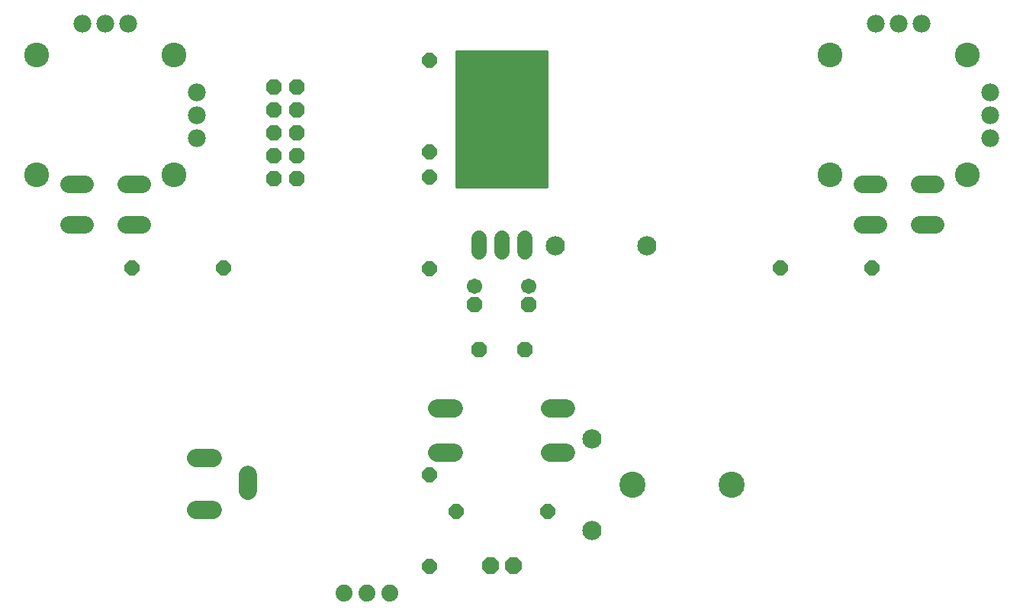
<source format=gts>
G04 EAGLE Gerber RS-274X export*
G75*
%MOMM*%
%FSLAX34Y34*%
%LPD*%
%INSoldermask Top*%
%IPPOS*%
%AMOC8*
5,1,8,0,0,1.08239X$1,22.5*%
G01*
%ADD10P,1.843527X8X22.500000*%
%ADD11C,1.727200*%
%ADD12P,1.852186X8X112.500000*%
%ADD13P,1.767759X8X202.500000*%
%ADD14P,1.767759X8X22.500000*%
%ADD15P,1.767759X8X112.500000*%
%ADD16C,1.879600*%
%ADD17P,2.034460X8X22.500000*%
%ADD18C,2.003200*%
%ADD19C,2.743200*%
%ADD20C,1.981200*%
%ADD21C,1.981200*%
%ADD22C,1.993900*%
%ADD23C,2.133600*%
%ADD24P,1.843527X8X292.500000*%
%ADD25C,1.703200*%
%ADD26C,2.903200*%

G36*
X640026Y418480D02*
X640026Y418480D01*
X640052Y418478D01*
X640199Y418500D01*
X640346Y418517D01*
X640371Y418525D01*
X640397Y418529D01*
X640535Y418584D01*
X640674Y418634D01*
X640696Y418648D01*
X640721Y418658D01*
X640842Y418743D01*
X640967Y418823D01*
X640985Y418842D01*
X641007Y418857D01*
X641106Y418967D01*
X641209Y419074D01*
X641223Y419096D01*
X641240Y419116D01*
X641312Y419246D01*
X641388Y419373D01*
X641396Y419398D01*
X641409Y419421D01*
X641449Y419564D01*
X641494Y419705D01*
X641496Y419731D01*
X641504Y419756D01*
X641523Y420000D01*
X641523Y570000D01*
X641520Y570026D01*
X641522Y570052D01*
X641500Y570199D01*
X641483Y570346D01*
X641475Y570371D01*
X641471Y570397D01*
X641416Y570535D01*
X641366Y570674D01*
X641352Y570696D01*
X641342Y570721D01*
X641257Y570842D01*
X641177Y570967D01*
X641158Y570985D01*
X641143Y571007D01*
X641033Y571106D01*
X640926Y571209D01*
X640904Y571223D01*
X640884Y571240D01*
X640754Y571312D01*
X640627Y571388D01*
X640602Y571396D01*
X640579Y571409D01*
X640436Y571449D01*
X640295Y571494D01*
X640269Y571496D01*
X640244Y571504D01*
X640000Y571523D01*
X540000Y571523D01*
X539974Y571520D01*
X539948Y571522D01*
X539801Y571500D01*
X539654Y571483D01*
X539629Y571475D01*
X539603Y571471D01*
X539465Y571416D01*
X539326Y571366D01*
X539304Y571352D01*
X539279Y571342D01*
X539158Y571257D01*
X539033Y571177D01*
X539015Y571158D01*
X538993Y571143D01*
X538894Y571033D01*
X538791Y570926D01*
X538777Y570904D01*
X538760Y570884D01*
X538688Y570754D01*
X538612Y570627D01*
X538604Y570602D01*
X538591Y570579D01*
X538551Y570436D01*
X538506Y570295D01*
X538504Y570269D01*
X538496Y570244D01*
X538477Y570000D01*
X538477Y420000D01*
X538480Y419974D01*
X538478Y419948D01*
X538500Y419801D01*
X538517Y419654D01*
X538525Y419629D01*
X538529Y419603D01*
X538584Y419465D01*
X538634Y419326D01*
X538648Y419304D01*
X538658Y419279D01*
X538743Y419158D01*
X538823Y419033D01*
X538842Y419015D01*
X538857Y418993D01*
X538967Y418894D01*
X539074Y418791D01*
X539096Y418777D01*
X539116Y418760D01*
X539246Y418688D01*
X539373Y418612D01*
X539398Y418604D01*
X539421Y418591D01*
X539564Y418551D01*
X539705Y418506D01*
X539731Y418504D01*
X539756Y418496D01*
X540000Y418477D01*
X640000Y418477D01*
X640026Y418480D01*
G37*
D10*
X564600Y240000D03*
X615400Y240000D03*
D11*
X564600Y348080D02*
X564600Y363320D01*
X590000Y363320D02*
X590000Y348080D01*
X615400Y348080D02*
X615400Y363320D01*
D12*
X337300Y429200D03*
X362700Y429200D03*
X337300Y454600D03*
X362700Y454600D03*
X337300Y480000D03*
X362700Y480000D03*
X337300Y505400D03*
X362700Y505400D03*
X337300Y530800D03*
X362700Y530800D03*
D13*
X640800Y60000D03*
X539200Y60000D03*
X1000800Y330000D03*
X899200Y330000D03*
D14*
X179200Y330000D03*
X280800Y330000D03*
D15*
X510000Y459200D03*
X510000Y560800D03*
X510000Y329200D03*
X510000Y430800D03*
D16*
X440000Y-30000D03*
X465400Y-30000D03*
X414600Y-30000D03*
D17*
X577300Y0D03*
X602700Y0D03*
D15*
X510000Y-800D03*
X510000Y100800D03*
D18*
X269000Y120000D02*
X251000Y120000D01*
X251000Y62000D02*
X269000Y62000D01*
X308000Y83000D02*
X308000Y101000D01*
D19*
X226200Y433325D03*
X73800Y433325D03*
X73800Y566675D03*
X226200Y566675D03*
D20*
X124600Y601600D03*
X150000Y601600D03*
X175400Y601600D03*
X251600Y500000D03*
X251600Y525400D03*
X251600Y474600D03*
D21*
X127140Y423800D02*
X109360Y423800D01*
X172860Y423800D02*
X190640Y423800D01*
X190640Y378800D02*
X172860Y378800D01*
X127140Y378800D02*
X109360Y378800D01*
D19*
X1106200Y433325D03*
X953800Y433325D03*
X953800Y566675D03*
X1106200Y566675D03*
D20*
X1004600Y601600D03*
X1030000Y601600D03*
X1055400Y601600D03*
X1131600Y500000D03*
X1131600Y525400D03*
X1131600Y474600D03*
D21*
X1007140Y423800D02*
X989360Y423800D01*
X1052860Y423800D02*
X1070640Y423800D01*
X1070640Y378800D02*
X1052860Y378800D01*
X1007140Y378800D02*
X989360Y378800D01*
D22*
X536470Y125108D02*
X518563Y125108D01*
X643531Y125108D02*
X661438Y125108D01*
X536470Y174892D02*
X518563Y174892D01*
X643531Y174892D02*
X661438Y174892D01*
D23*
X690000Y39200D03*
X690000Y140800D03*
X750800Y355000D03*
X649200Y355000D03*
D24*
X620000Y289840D03*
D25*
X620000Y310160D03*
D24*
X560000Y289840D03*
D25*
X560000Y310160D03*
D26*
X845000Y90000D03*
X735000Y90000D03*
M02*

</source>
